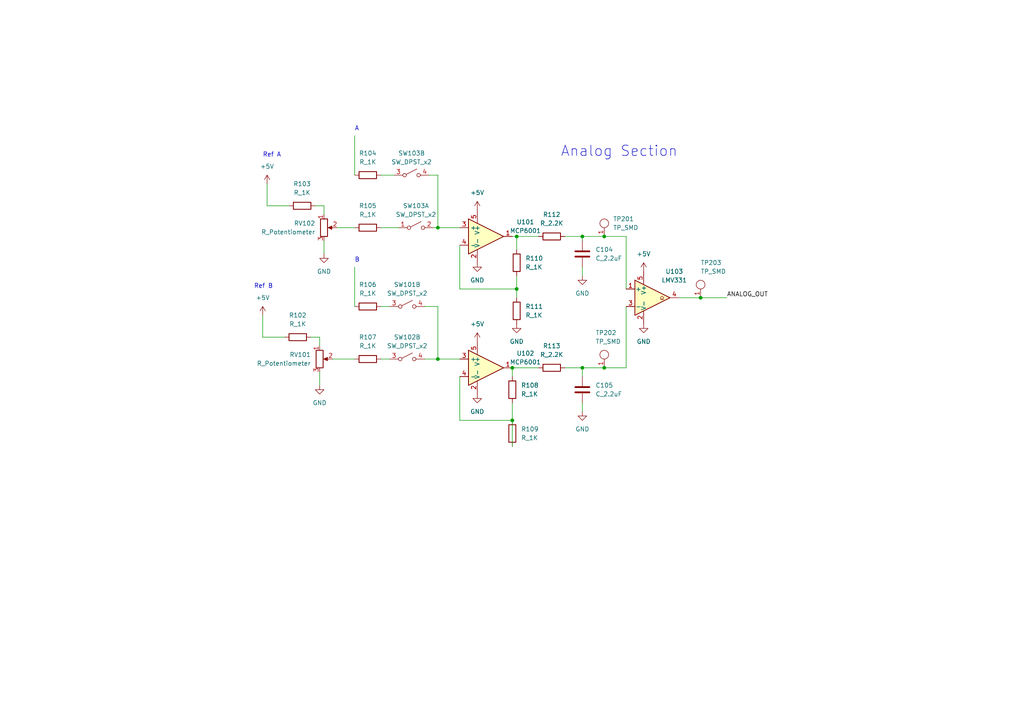
<source format=kicad_sch>
(kicad_sch (version 20230121) (generator eeschema)
  (paper "A4")
  (lib_symbols
    (symbol "Comparator:LMV331" (pin_names (offset 0.127))
      (property "Reference" "U" (at 1.27 5.08 0))
      (property "Value" "LMV331" (at 3.81 -5.08 0))
      (symbol "LMV331_0_1"
        (polyline (pts (xy -5.08 5.08) (xy 5.08 0) (xy -5.08 -5.08) (xy -5.08 5.08)) (stroke (width 0.254)) (fill (type background)))
        (polyline (pts (xy 3.302 -0.508) (xy 2.794 -0.508) (xy 3.302 0) (xy 2.794 0.508) (xy 2.286 0) (xy 2.794 -0.508) (xy 2.286 -0.508)) (stroke (width 0.127)))
      )
      (symbol "LMV331_1_1"
        (pin input line (at -7.62 2.54 0) (length 2.54) (name "+") (number "1"))
        (pin power_in line (at -2.54 -7.62 90) (length 3.81) (name "V-") (number "2"))
        (pin input line (at -7.62 -2.54 0) (length 2.54) (name "-") (number "3"))
        (pin open_collector line (at 7.62 0 180) (length 2.54) (name "~") (number "4"))
        (pin power_in line (at -2.54 7.62 270) (length 3.81) (name "V+") (number "5"))
      )
    )
    (symbol "Device:R_Potentiometer" (pin_names (offset 1.016) hide)
      (property "Reference" "RV" (at -4.445 0 90))
      (property "Value" "R_Potentiometer" (at -2.54 0 90))
      (symbol "R_Potentiometer_0_1"
        (polyline (pts (xy 2.54 0) (xy 1.524 0)))
        (polyline (pts (xy 1.143 0) (xy 2.286 0.508) (xy 2.286 -0.508) (xy 1.143 0)) (fill (type outline)))
        (rectangle (start 1.016 2.54) (end -1.016 -2.54) (stroke (width 0.254)))
      )
      (symbol "R_Potentiometer_1_1"
        (pin passive line (at 0 3.81 270) (length 1.27) (name "1") (number "1"))
        (pin passive line (at 3.81 0 180) (length 1.27) (name "2") (number "2"))
        (pin passive line (at 0 -3.81 90) (length 1.27) (name "3") (number "3"))
      )
    )
    (symbol "R_1K_2" (pin_numbers hide) (pin_names (offset 0))
      (property "Reference" "R" (at 2.032 0 90))
      (property "Value" "R_1K" (at -2.54 0 90))
      (symbol "R_1K_2_0_1"
        (rectangle (start -1.016 -2.54) (end 1.016 2.54) (stroke (width 0.254)))
      )
      (symbol "R_1K_2_1_1"
        (pin passive line (at 0 3.81 270) (length 1.27) (name "~") (number "1"))
        (pin passive line (at 0 -3.81 90) (length 1.27) (name "~") (number "2"))
      )
    )
    (symbol "R_1K_3" (pin_numbers hide) (pin_names (offset 0))
      (property "Reference" "R" (at 2.032 0 90))
      (property "Value" "R_1K" (at -2.54 0 90))
      (symbol "R_1K_3_0_1"
        (rectangle (start -1.016 -2.54) (end 1.016 2.54) (stroke (width 0.254)))
      )
      (symbol "R_1K_3_1_1"
        (pin passive line (at 0 3.81 270) (length 1.27) (name "~") (number "1"))
        (pin passive line (at 0 -3.81 90) (length 1.27) (name "~") (number "2"))
      )
    )
    (symbol "Switch:SW_DPST_x2" (pin_names (offset 0) hide)
      (property "Reference" "SW" (at 0 3.175 0))
      (property "Value" "SW_DPST_x2" (at 0 -2.54 0))
      (symbol "SW_DPST_x2_0_0"
        (circle (center -2.032 0) (radius 0.508))
        (polyline (pts (xy -1.524 0.254) (xy 1.524 1.778)))
        (circle (center 2.032 0) (radius 0.508))
      )
      (symbol "SW_DPST_x2_1_1"
        (pin passive line (at -5.08 0 0) (length 2.54) (name "A") (number "1"))
        (pin passive line (at 5.08 0 180) (length 2.54) (name "B") (number "2"))
      )
      (symbol "SW_DPST_x2_2_1"
        (pin passive line (at -5.08 0 0) (length 2.54) (name "A") (number "3"))
        (pin passive line (at 5.08 0 180) (length 2.54) (name "B") (number "4"))
      )
    )
    (symbol "formula:C_2.2uF" (pin_numbers hide) (pin_names (offset 0.254))
      (property "Reference" "C" (at 0.635 3.81 0))
      (property "Value" "C_2.2uF" (at 0.635 -1.27 0))
      (symbol "C_2.2uF_0_1"
        (polyline (pts (xy -2.032 0.508) (xy 2.032 0.508)) (stroke (width 0.508)))
        (polyline (pts (xy -2.032 2.032) (xy 2.032 2.032)) (stroke (width 0.508)))
      )
      (symbol "C_2.2uF_1_1"
        (pin passive line (at 0 5.08 270) (length 2.794) (name "~") (number "1"))
        (pin passive line (at 0 -2.54 90) (length 2.794) (name "~") (number "2"))
      )
    )
    (symbol "formula:MCP6001"
      (property "Reference" "U" (at 0 5.08 0))
      (property "Value" "MCP6001" (at 0 -5.08 0))
      (symbol "MCP6001_0_1"
        (polyline (pts (xy -5.08 5.08) (xy 5.08 0) (xy -5.08 -5.08) (xy -5.08 5.08)) (stroke (width 0.254)) (fill (type background)))
        (pin power_in line (at -2.54 -7.62 90) (length 3.81) (name "V-") (number "2"))
        (pin power_in line (at -2.54 7.62 270) (length 3.81) (name "V+") (number "5"))
      )
      (symbol "MCP6001_1_1"
        (pin output line (at 7.62 0 180) (length 2.54) (name "~") (number "1"))
        (pin input line (at -7.62 2.54 0) (length 2.54) (name "+") (number "3"))
        (pin input line (at -7.62 -2.54 0) (length 2.54) (name "-") (number "4"))
      )
    )
    (symbol "formula:R_1K" (pin_numbers hide) (pin_names (offset 0))
      (property "Reference" "R" (at 2.032 0 90))
      (property "Value" "R_1K" (at -2.54 0 90))
      (symbol "R_1K_0_1"
        (rectangle (start -1.016 -2.54) (end 1.016 2.54) (stroke (width 0.254)))
      )
      (symbol "R_1K_1_1"
        (pin passive line (at 0 3.81 270) (length 1.27) (name "~") (number "1"))
        (pin passive line (at 0 -3.81 90) (length 1.27) (name "~") (number "2"))
      )
    )
    (symbol "formula:R_2.2K" (pin_numbers hide) (pin_names (offset 0))
      (property "Reference" "R" (at 2.032 0 90))
      (property "Value" "R_2.2K" (at -2.54 0 90))
      (symbol "R_2.2K_0_1"
        (rectangle (start -1.016 -2.54) (end 1.016 2.54) (stroke (width 0.254)))
      )
      (symbol "R_2.2K_1_1"
        (pin passive line (at 0 3.81 270) (length 1.27) (name "~") (number "1"))
        (pin passive line (at 0 -3.81 90) (length 1.27) (name "~") (number "2"))
      )
    )
    (symbol "formula:TP_SMD" (pin_names (offset 1.016))
      (property "Reference" "TP" (at 0 7.62 0))
      (property "Value" "TP_SMD" (at 1.27 5.08 0))
      (symbol "TP_SMD_1_1"
        (circle (center 0 2.54) (radius 1.27))
        (pin input line (at 0 -1.27 90) (length 2.54) (name "~") (number "1"))
      )
    )
    (symbol "power:+5V" (power) (pin_names (offset 0))
      (property "Value" "+5V" (at 0 3.556 0))
      (symbol "+5V_0_1"
        (polyline (pts (xy -0.762 1.27) (xy 0 2.54)))
        (polyline (pts (xy 0 0) (xy 0 2.54)))
        (polyline (pts (xy 0 2.54) (xy 0.762 1.27)))
      )
      (symbol "+5V_1_1"
        (pin power_in line (at 0 0 90) (length 0) hide (name "+5V") (number "1"))
      )
    )
    (symbol "power:GND" (power) (pin_names (offset 0))
      (property "Value" "GND" (at 0 -3.81 0))
      (symbol "GND_0_1"
        (polyline (pts (xy 0 0) (xy 0 -1.27) (xy 1.27 -1.27) (xy 0 -2.54) (xy -1.27 -1.27) (xy 0 -1.27)))
      )
      (symbol "GND_1_1"
        (pin power_in line (at 0 0 270) (length 0) hide (name "GND") (number "1"))
      )
    )
  )
  (junction (at 127 104.14))
  (junction (at 175.26 68.58))
  (junction (at 175.26 106.68))
  (junction (at 149.86 68.58))
  (junction (at 203.2 86.36))
  (junction (at 148.59 121.92))
  (junction (at 149.86 83.82))
  (junction (at 168.91 68.58))
  (junction (at 148.59 106.68))
  (junction (at 127 66.04))
  (junction (at 168.91 106.68))
  (wire (pts (xy 149.86 72.39) (xy 149.86 68.58)))
  (wire (pts (xy 148.59 121.92) (xy 148.59 116.84)))
  (wire (pts (xy 127 88.9) (xy 127 104.14)))
  (wire (pts (xy 127 50.8) (xy 127 66.04)))
  (wire (pts (xy 181.61 88.9) (xy 181.61 106.68)))
  (wire (pts (xy 102.87 77.47) (xy 102.87 88.9)))
  (wire (pts (xy 110.49 66.04) (xy 115.57 66.04)))
  (wire (pts (xy 133.35 109.22) (xy 133.35 121.92)))
  (wire (pts (xy 133.35 121.92) (xy 148.59 121.92)))
  (wire (pts (xy 92.71 107.95) (xy 92.71 111.76)))
  (wire (pts (xy 148.59 121.92) (xy 148.59 129.54)))
  (wire (pts (xy 110.49 104.14) (xy 113.03 104.14)))
  (wire (pts (xy 168.91 77.47) (xy 168.91 80.01)))
  (wire (pts (xy 93.98 59.69) (xy 93.98 62.23)))
  (wire (pts (xy 175.26 106.68) (xy 181.61 106.68)))
  (wire (pts (xy 168.91 116.84) (xy 168.91 119.38)))
  (wire (pts (xy 127 66.04) (xy 133.35 66.04)))
  (wire (pts (xy 76.2 91.44) (xy 76.2 97.79)))
  (wire (pts (xy 148.59 109.22) (xy 148.59 106.68)))
  (wire (pts (xy 163.83 68.58) (xy 168.91 68.58)))
  (wire (pts (xy 149.86 68.58) (xy 156.21 68.58)))
  (wire (pts (xy 96.52 104.14) (xy 102.87 104.14)))
  (wire (pts (xy 125.73 66.04) (xy 127 66.04)))
  (wire (pts (xy 133.35 71.12) (xy 133.35 83.82)))
  (wire (pts (xy 168.91 106.68) (xy 175.26 106.68)))
  (wire (pts (xy 203.2 86.36) (xy 210.82 86.36)))
  (wire (pts (xy 168.91 106.68) (xy 168.91 109.22)))
  (wire (pts (xy 168.91 68.58) (xy 175.26 68.58)))
  (wire (pts (xy 133.35 83.82) (xy 149.86 83.82)))
  (wire (pts (xy 163.83 106.68) (xy 168.91 106.68)))
  (wire (pts (xy 149.86 68.58) (xy 148.59 68.58)))
  (wire (pts (xy 148.59 106.68) (xy 156.21 106.68)))
  (wire (pts (xy 124.46 50.8) (xy 127 50.8)))
  (wire (pts (xy 77.47 53.34) (xy 77.47 59.69)))
  (wire (pts (xy 127 104.14) (xy 133.35 104.14)))
  (wire (pts (xy 175.26 68.58) (xy 181.61 68.58)))
  (wire (pts (xy 93.98 69.85) (xy 93.98 73.66)))
  (wire (pts (xy 91.44 59.69) (xy 93.98 59.69)))
  (wire (pts (xy 110.49 50.8) (xy 114.3 50.8)))
  (wire (pts (xy 102.87 39.37) (xy 102.87 50.8)))
  (wire (pts (xy 77.47 59.69) (xy 83.82 59.69)))
  (wire (pts (xy 123.19 104.14) (xy 127 104.14)))
  (wire (pts (xy 168.91 68.58) (xy 168.91 69.85)))
  (wire (pts (xy 181.61 68.58) (xy 181.61 83.82)))
  (wire (pts (xy 90.17 97.79) (xy 92.71 97.79)))
  (wire (pts (xy 97.79 66.04) (xy 102.87 66.04)))
  (wire (pts (xy 123.19 88.9) (xy 127 88.9)))
  (wire (pts (xy 92.71 97.79) (xy 92.71 100.33)))
  (wire (pts (xy 196.85 86.36) (xy 203.2 86.36)))
  (wire (pts (xy 149.86 83.82) (xy 149.86 86.36)))
  (wire (pts (xy 149.86 80.01) (xy 149.86 83.82)))
  (wire (pts (xy 76.2 97.79) (xy 82.55 97.79)))
  (wire (pts (xy 110.49 88.9) (xy 113.03 88.9)))
  (text "B" (at 102.87 76.2 0) (effects (font (size 1.27 1.27)) (justify left bottom)))
  (text "Ref B" (at 73.66 83.82 0) (effects (font (size 1.27 1.27)) (justify left bottom)))
  (text "Ref A" (at 76.2 45.72 0) (effects (font (size 1.27 1.27)) (justify left bottom)))
  (text "Analog Section" (at 162.56 45.72 0) (effects (font (size 3 3)) (justify left bottom)))
  (text "A\n" (at 102.87 38.1 0) (effects (font (size 1.27 1.27)) (justify left bottom)))
  (label "ANALOG_OUT" (at 210.82 86.36 0))
  (symbol (lib_name "R_1K_3") (lib_id "formula:R_1K") (at 106.68 50.8 90) (unit 1)
    (property "Reference" "R104" (at 106.68 44.45 90))
    (property "Value" "R_1K" (at 106.68 46.99 90))
    (property "Footprint" "footprints:R_0805_OEM" (effects hide))
    (property "Datasheet" "https://www.seielect.com/Catalog/SEI-rncp.pdf" (effects hide))
    (property "MFN" "DK" (effects hide))
    (property "MPN" "RNCP0805FTD1K00CT-ND" (effects hide))
    (property "PurchasingLink" "https://www.digikey.com/products/en?keywords=RNCP0805FTD1K00CT-ND" (effects hide))
    (instances (project "ashley_challenge" (path "" (reference "R104") (unit 1)) (path "" (reference "R203") (unit 1))))
  )
  (symbol (lib_id "power:+5V") (at 76.2 91.44 0) (unit 1)
    (property "Reference" "#PWR0202" (effects hide))
    (property "Value" "+5V" (at 76.2 86.36 0))
  )
  (symbol (lib_name "R_1K_2") (lib_id "formula:R_1K") (at 149.86 76.2 180) (unit 1)
    (property "Reference" "R110" (at 152.4 74.93 0) (effects (justify right)))
    (property "Value" "R_1K" (at 152.4 77.47 0) (effects (justify right)))
    (property "Footprint" "footprints:R_0805_OEM" (effects hide))
    (property "Datasheet" "https://www.seielect.com/Catalog/SEI-rncp.pdf" (effects hide))
    (property "MFN" "DK" (effects hide))
    (property "MPN" "RNCP0805FTD1K00CT-ND" (effects hide))
    (property "PurchasingLink" "https://www.digikey.com/products/en?keywords=RNCP0805FTD1K00CT-ND" (effects hide))
    (instances (project "ashley_challenge" (path "" (reference "R110") (unit 1)) (path "" (reference "R209") (unit 1))))
  )
  (symbol (lib_id "power:GND") (at 138.43 114.3 0) (unit 1)
    (property "Reference" "#PWR0116" (effects hide))
    (property "Value" "GND" (at 138.43 119.38 0))
    (instances (project "ashley_challenge" (path "" (reference "#PWR0116") (unit 1)) (path "" (reference "#PWR0208") (unit 1))))
  )
  (symbol (lib_id "power:GND") (at 186.69 93.98 0) (unit 1)
    (property "Reference" "#PWR0122" (effects hide))
    (property "Value" "GND" (at 186.69 99.06 0))
    (instances (project "ashley_challenge" (path "" (reference "#PWR0122") (unit 1)) (path "" (reference "#PWR0213") (unit 1))))
  )
  (symbol (lib_id "power:+5V") (at 186.69 78.74 0) (unit 1)
    (property "Reference" "#PWR0121" (effects hide))
    (property "Value" "+5V" (at 186.69 73.66 0))
    (instances (project "ashley_challenge" (path "" (reference "#PWR0121") (unit 1)) (path "" (reference "#PWR0212") (unit 1))))
  )
  (symbol (lib_id "power:GND") (at 149.86 93.98 0) (unit 1)
    (property "Reference" "#PWR0118" (effects hide))
    (property "Value" "GND" (at 149.86 99.06 0))
    (instances (project "ashley_challenge" (path "" (reference "#PWR0118") (unit 1)) (path "" (reference "#PWR0209") (unit 1))))
  )
  (symbol (lib_id "power:GND") (at 138.43 76.2 0) (unit 1)
    (property "Reference" "#PWR0114" (effects hide))
    (property "Value" "GND" (at 138.43 81.28 0))
    (instances (project "ashley_challenge" (path "" (reference "#PWR0114") (unit 1)) (path "" (reference "#PWR0206") (unit 1))))
  )
  (symbol (lib_id "Device:R_Potentiometer") (at 92.71 104.14 0) (unit 1)
    (property "Reference" "RV101" (at 90.17 102.87 0) (effects (justify right)))
    (property "Value" "R_Potentiometer" (at 90.17 105.41 0) (effects (justify right)))
    (instances (project "ashley_challenge" (path "" (reference "RV101") (unit 1)) (path "" (reference "RV201") (unit 1))))
  )
  (symbol (lib_id "Switch:SW_DPST_x2") (at 118.11 104.14 0) (unit 2)
    (property "Reference" "SW102" (at 118.11 97.79 0))
    (property "Value" "SW_DPST_x2" (at 118.11 100.33 0))
    (instances (project "ashley_challenge" (path "" (reference "SW102") (unit 2)) (path "" (reference "SW202") (unit 2))))
  )
  (symbol (lib_id "formula:R_2.2K") (at 160.02 106.68 90) (unit 1)
    (property "Reference" "R113" (at 160.02 100.33 90))
    (property "Value" "R_2.2K" (at 160.02 102.87 90))
    (property "Footprint" "footprints:R_0805_OEM" (effects hide))
    (property "Datasheet" "https://www.seielect.com/Catalog/SEI-RMCF_RMCP.pdf" (effects hide))
    (property "MFN" "DK" (effects hide))
    (property "MPN" "RMCF0805FT2K20CT-ND" (effects hide))
    (property "PurchasingLink" "https://www.digikey.com/product-detail/en/stackpole-electronics-inc/RMCF0805FT2K20/RMCF0805FT2K20CT-ND/1942387" (effects hide))
    (instances (project "ashley_challenge" (path "" (reference "R113") (unit 1)) (path "" (reference "R212") (unit 1))))
  )
  (symbol (lib_id "Switch:SW_DPST_x2") (at 120.65 66.04 0) (unit 1)
    (property "Reference" "SW103" (at 120.65 59.69 0))
    (property "Value" "SW_DPST_x2" (at 120.65 62.23 0))
    (instances (project "ashley_challenge" (path "" (reference "SW103") (unit 1)) (path "" (reference "SW203") (unit 1))))
  )
  (symbol (lib_id "Comparator:LMV331") (at 189.23 86.36 0) (unit 1)
    (property "Reference" "U103" (at 195.58 78.74 0))
    (property "Value" "LMV331" (at 195.58 81.28 0))
    (property "Datasheet" "http://www.ti.com/lit/ds/symlink/lmv331.pdf" (effects hide))
    (instances (project "ashley_challenge" (path "" (reference "U103") (unit 1)) (path "" (reference "U203") (unit 1))))
  )
  (symbol (lib_id "power:GND") (at 168.91 80.01 0) (unit 1)
    (property "Reference" "#PWR0119" (effects hide))
    (property "Value" "GND" (at 168.91 85.09 0))
    (instances (project "ashley_challenge" (path "" (reference "#PWR0119") (unit 1)) (path "" (reference "#PWR0210") (unit 1))))
  )
  (symbol (lib_id "Device:R_Potentiometer") (at 93.98 66.04 0) (unit 1)
    (property "Reference" "RV102" (at 91.44 64.77 0) (effects (justify right)))
    (property "Value" "R_Potentiometer" (at 91.44 67.31 0) (effects (justify right)))
    (instances (project "ashley_challenge" (path "" (reference "RV102") (unit 1)) (path "" (reference "RV202") (unit 1))))
  )
  (symbol (lib_id "power:+5V") (at 138.43 60.96 0) (unit 1)
    (property "Reference" "#PWR0113" (effects hide))
    (property "Value" "+5V" (at 138.43 55.88 0))
    (instances (project "ashley_challenge" (path "" (reference "#PWR0113") (unit 1)) (path "" (reference "#PWR0205") (unit 1))))
  )
  (symbol (lib_id "formula:R_2.2K") (at 160.02 68.58 90) (unit 1)
    (property "Reference" "R112" (at 160.02 62.23 90))
    (property "Value" "R_2.2K" (at 160.02 64.77 90))
    (property "Footprint" "footprints:R_0805_OEM" (effects hide))
    (property "Datasheet" "https://www.seielect.com/Catalog/SEI-RMCF_RMCP.pdf" (effects hide))
    (property "MFN" "DK" (effects hide))
    (property "MPN" "RMCF0805FT2K20CT-ND" (effects hide))
    (property "PurchasingLink" "https://www.digikey.com/product-detail/en/stackpole-electronics-inc/RMCF0805FT2K20/RMCF0805FT2K20CT-ND/1942387" (effects hide))
    (instances (project "ashley_challenge" (path "" (reference "R112") (unit 1)) (path "" (reference "R211") (unit 1))))
  )
  (symbol (lib_id "power:GND") (at 93.98 73.66 0) (unit 1)
    (property "Reference" "#PWR0112" (effects hide))
    (property "Value" "GND" (at 93.98 78.74 0))
    (instances (project "ashley_challenge" (path "" (reference "#PWR0112") (unit 1)) (path "" (reference "#PWR0204") (unit 1))))
  )
  (symbol (lib_name "R_1K_2") (lib_id "formula:R_1K") (at 148.59 113.03 180) (unit 1)
    (property "Reference" "R108" (at 151.13 111.76 0) (effects (justify right)))
    (property "Value" "R_1K" (at 151.13 114.3 0) (effects (justify right)))
    (property "Footprint" "footprints:R_0805_OEM" (effects hide))
    (property "Datasheet" "https://www.seielect.com/Catalog/SEI-rncp.pdf" (effects hide))
    (property "MFN" "DK" (effects hide))
    (property "MPN" "RNCP0805FTD1K00CT-ND" (effects hide))
    (property "PurchasingLink" "https://www.digikey.com/products/en?keywords=RNCP0805FTD1K00CT-ND" (effects hide))
    (instances (project "ashley_challenge" (path "" (reference "R108") (unit 1)) (path "" (reference "R207") (unit 1))))
  )
  (symbol (lib_id "power:+5V") (at 138.43 99.06 0) (unit 1)
    (property "Reference" "#PWR0115" (effects hide))
    (property "Value" "+5V" (at 138.43 93.98 0))
    (instances (project "ashley_challenge" (path "" (reference "#PWR0115") (unit 1)) (path "" (reference "#PWR0207") (unit 1))))
  )
  (symbol (lib_id "Switch:SW_DPST_x2") (at 119.38 50.8 0) (unit 2)
    (property "Reference" "SW103" (at 119.38 44.45 0))
    (property "Value" "SW_DPST_x2" (at 119.38 46.99 0))
    (instances (project "ashley_challenge" (path "" (reference "SW103") (unit 2)) (path "" (reference "SW203") (unit 2))))
  )
  (symbol (lib_id "power:+5V") (at 77.47 53.34 0) (unit 1)
    (property "Reference" "#PWR0214" (effects hide))
    (property "Value" "+5V" (at 77.47 48.26 0))
  )
  (symbol (lib_id "formula:TP_SMD") (at 203.2 85.09 0) (unit 1)
    (property "Reference" "TP203" (at 203.2 76.2 0) (effects (justify left)))
    (property "Value" "TP_SMD" (at 203.2 78.74 0) (effects (justify left)))
    (property "Footprint" "footprints:Test_Point_SMD" (effects hide))
    (property "MPN" "5019" (effects hide))
    (property "MFN" "Keystone" (effects hide))
    (property "DKPN" "36-5019TR-ND" (effects hide))
    (property "NewDesigns" "YES" (effects hide))
    (property "Stocked" "Reel" (effects hide))
    (property "Package" "Custom" (effects hide))
    (property "Style" "SMD" (effects hide))
  )
  (symbol (lib_id "formula:MCP6001") (at 140.97 106.68 0) (unit 1)
    (property "Reference" "U102" (at 152.4 102.4891 0))
    (property "Value" "MCP6001" (at 152.4 105.0291 0))
    (property "Footprint" "footprints:SOT-23-5_OEM" (effects hide))
    (property "Datasheet" "http://ww1.microchip.com/downloads/en/DeviceDoc/21733j.pdf" (effects hide))
    (property "MFN" "DK" (effects hide))
    (property "MPN" "MCP6001T-I/OTCT-ND" (effects hide))
    (property "PurchasingLink" "https://www.digikey.com/product-detail/en/microchip-technology/MCP6001T-I-OT/MCP6001T-I-OTCT-ND/697158" (effects hide))
    (instances (project "ashley_challenge" (path "" (reference "U102") (unit 1)) (path "" (reference "U202") (unit 1))))
  )
  (symbol (lib_id "power:GND") (at 168.91 119.38 0) (unit 1)
    (property "Reference" "#PWR0120" (effects hide))
    (property "Value" "GND" (at 168.91 124.46 0))
    (instances (project "ashley_challenge" (path "" (reference "#PWR0120") (unit 1)) (path "" (reference "#PWR0211") (unit 1))))
  )
  (symbol (lib_name "R_1K_2") (lib_id "formula:R_1K") (at 149.86 90.17 180) (unit 1)
    (property "Reference" "R111" (at 152.4 88.9 0) (effects (justify right)))
    (property "Value" "R_1K" (at 152.4 91.44 0) (effects (justify right)))
    (property "Footprint" "footprints:R_0805_OEM" (effects hide))
    (property "Datasheet" "https://www.seielect.com/Catalog/SEI-rncp.pdf" (effects hide))
    (property "MFN" "DK" (effects hide))
    (property "MPN" "RNCP0805FTD1K00CT-ND" (effects hide))
    (property "PurchasingLink" "https://www.digikey.com/products/en?keywords=RNCP0805FTD1K00CT-ND" (effects hide))
    (instances (project "ashley_challenge" (path "" (reference "R111") (unit 1)) (path "" (reference "R210") (unit 1))))
  )
  (symbol (lib_id "formula:TP_SMD") (at 175.26 67.31 0) (unit 1)
    (property "Reference" "TP201" (at 177.8 63.5 0) (effects (justify left)))
    (property "Value" "TP_SMD" (at 177.8 66.04 0) (effects (justify left)))
    (property "Footprint" "footprints:Test_Point_SMD" (effects hide))
    (property "MPN" "5019" (effects hide))
    (property "MFN" "Keystone" (effects hide))
    (property "DKPN" "36-5019TR-ND" (effects hide))
    (property "NewDesigns" "YES" (effects hide))
    (property "Stocked" "Reel" (effects hide))
    (property "Package" "Custom" (effects hide))
    (property "Style" "SMD" (effects hide))
  )
  (symbol (lib_id "formula:R_1K") (at 87.63 59.69 90) (unit 1)
    (property "Reference" "R103" (at 87.63 53.34 90))
    (property "Value" "R_1K" (at 87.63 55.88 90))
    (instances (project "ashley_challenge" (path "" (reference "R103") (unit 1)) (path "" (reference "R202") (unit 1))))
  )
  (symbol (lib_id "formula:TP_SMD") (at 175.26 105.41 0) (unit 1)
    (property "Reference" "TP202" (at 172.72 96.52 0) (effects (justify left)))
    (property "Value" "TP_SMD" (at 172.72 99.06 0) (effects (justify left)))
    (property "Footprint" "footprints:Test_Point_SMD" (effects hide))
    (property "MPN" "5019" (effects hide))
    (property "MFN" "Keystone" (effects hide))
    (property "DKPN" "36-5019TR-ND" (effects hide))
    (property "NewDesigns" "YES" (effects hide))
    (property "Stocked" "Reel" (effects hide))
    (property "Package" "Custom" (effects hide))
    (property "Style" "SMD" (effects hide))
  )
  (symbol (lib_name "R_1K_2") (lib_id "formula:R_1K") (at 106.68 104.14 90) (unit 1)
    (property "Reference" "R107" (at 106.68 97.79 90))
    (property "Value" "R_1K" (at 106.68 100.33 90))
    (property "Footprint" "footprints:R_0805_OEM" (effects hide))
    (property "Datasheet" "https://www.seielect.com/Catalog/SEI-rncp.pdf" (effects hide))
    (property "MFN" "DK" (effects hide))
    (property "MPN" "RNCP0805FTD1K00CT-ND" (effects hide))
    (property "PurchasingLink" "https://www.digikey.com/products/en?keywords=RNCP0805FTD1K00CT-ND" (effects hide))
    (instances (project "ashley_challenge" (path "" (reference "R107") (unit 1)) (path "" (reference "R206") (unit 1))))
  )
  (symbol (lib_name "R_1K_2") (lib_id "formula:R_1K") (at 148.59 125.73 180) (unit 1)
    (property "Reference" "R109" (at 151.13 124.46 0) (effects (justify right)))
    (property "Value" "R_1K" (at 151.13 127 0) (effects (justify right)))
    (property "Footprint" "footprints:R_0805_OEM" (effects hide))
    (property "Datasheet" "https://www.seielect.com/Catalog/SEI-rncp.pdf" (effects hide))
    (property "MFN" "DK" (effects hide))
    (property "MPN" "RNCP0805FTD1K00CT-ND" (effects hide))
    (property "PurchasingLink" "https://www.digikey.com/products/en?keywords=RNCP0805FTD1K00CT-ND" (effects hide))
    (instances (project "ashley_challenge" (path "" (reference "R109") (unit 1)) (path "" (reference "R208") (unit 1))))
  )
  (symbol (lib_id "formula:R_1K") (at 86.36 97.79 90) (unit 1)
    (property "Reference" "R102" (at 86.36 91.44 90))
    (property "Value" "R_1K" (at 86.36 93.98 90))
    (instances (project "ashley_challenge" (path "" (reference "R102") (unit 1)) (path "" (reference "R201") (unit 1))))
  )
  (symbol (lib_id "formula:MCP6001") (at 140.97 68.58 0) (unit 1)
    (property "Reference" "U101" (at 152.4 64.3891 0))
    (property "Value" "MCP6001" (at 152.4 66.9291 0))
    (property "Footprint" "footprints:SOT-23-5_OEM" (effects hide))
    (property "Datasheet" "http://ww1.microchip.com/downloads/en/DeviceDoc/21733j.pdf" (effects hide))
    (property "MFN" "DK" (effects hide))
    (property "MPN" "MCP6001T-I/OTCT-ND" (effects hide))
    (property "PurchasingLink" "https://www.digikey.com/product-detail/en/microchip-technology/MCP6001T-I-OT/MCP6001T-I-OTCT-ND/697158" (effects hide))
    (instances (project "ashley_challenge" (path "" (reference "U101") (unit 1)) (path "" (reference "U201") (unit 1))))
  )
  (symbol (lib_id "Switch:SW_DPST_x2") (at 118.11 88.9 0) (unit 2)
    (property "Reference" "SW101" (at 118.11 82.55 0))
    (property "Value" "SW_DPST_x2" (at 118.11 85.09 0))
    (instances (project "ashley_challenge" (path "" (reference "SW101") (unit 2)) (path "" (reference "SW201") (unit 2))))
  )
  (symbol (lib_id "power:GND") (at 92.71 111.76 0) (unit 1)
    (property "Reference" "#PWR0111" (effects hide))
    (property "Value" "GND" (at 92.71 116.84 0))
    (instances (project "ashley_challenge" (path "" (reference "#PWR0111") (unit 1)) (path "" (reference "#PWR0203") (unit 1))))
  )
  (symbol (lib_id "formula:C_2.2uF") (at 168.91 114.3 0) (unit 1)
    (property "Reference" "C105" (at 172.72 111.76 0) (effects (justify left)))
    (property "Value" "C_2.2uF" (at 172.72 114.3 0) (effects (justify left)))
    (property "Footprint" "footprints:C_0805_OEM" (effects hide))
    (property "Datasheet" "https://media.digikey.com/pdf/Data%20Sheets/Samsung%20PDFs/CL21A225KBFNNNE_Spec.pdf" (effects hide))
    (property "PurchasingLink" "https://www.digikey.com/en/products/detail/samsung-electro-mechanics/CL21A225KBFNNNE/5961186" (effects hide))
    (property "MFN" "1276-6702-1-ND" (effects hide))
    (property "MPN" "DK" (effects hide))
    (instances (project "ashley_challenge" (path "" (reference "C105") (unit 1)) (path "" (reference "C202") (unit 1))))
  )
  (symbol (lib_id "formula:C_2.2uF") (at 168.91 74.93 0) (unit 1)
    (property "Reference" "C104" (at 172.72 72.39 0) (effects (justify left)))
    (property "Value" "C_2.2uF" (at 172.72 74.93 0) (effects (justify left)))
    (property "Footprint" "footprints:C_0805_OEM" (effects hide))
    (property "Datasheet" "https://media.digikey.com/pdf/Data%20Sheets/Samsung%20PDFs/CL21A225KBFNNNE_Spec.pdf" (effects hide))
    (property "PurchasingLink" "https://www.digikey.com/en/products/detail/samsung-electro-mechanics/CL21A225KBFNNNE/5961186" (effects hide))
    (property "MFN" "1276-6702-1-ND" (effects hide))
    (property "MPN" "DK" (effects hide))
    (instances (project "ashley_challenge" (path "" (reference "C104") (unit 1)) (path "" (reference "C201") (unit 1))))
  )
  (symbol (lib_name "R_1K_2") (lib_id "formula:R_1K") (at 106.68 66.04 90) (unit 1)
    (property "Reference" "R105" (at 106.68 59.69 90))
    (property "Value" "R_1K" (at 106.68 62.23 90))
    (property "Footprint" "footprints:R_0805_OEM" (effects hide))
    (property "Datasheet" "https://www.seielect.com/Catalog/SEI-rncp.pdf" (effects hide))
    (property "MFN" "DK" (effects hide))
    (property "MPN" "RNCP0805FTD1K00CT-ND" (effects hide))
    (property "PurchasingLink" "https://www.digikey.com/products/en?keywords=RNCP0805FTD1K00CT-ND" (effects hide))
    (instances (project "ashley_challenge" (path "" (reference "R105") (unit 1)) (path "" (reference "R204") (unit 1))))
  )
  (symbol (lib_name "R_1K_3") (lib_id "formula:R_1K") (at 106.68 88.9 90) (unit 1)
    (property "Reference" "R106" (at 106.68 82.55 90))
    (property "Value" "R_1K" (at 106.68 85.09 90))
    (property "Footprint" "footprints:R_0805_OEM" (effects hide))
    (property "Datasheet" "https://www.seielect.com/Catalog/SEI-rncp.pdf" (effects hide))
    (property "MFN" "DK" (effects hide))
    (property "MPN" "RNCP0805FTD1K00CT-ND" (effects hide))
    (property "PurchasingLink" "https://www.digikey.com/products/en?keywords=RNCP0805FTD1K00CT-ND" (effects hide))
    (instances (project "ashley_challenge" (path "" (reference "R106") (unit 1)) (path "" (reference "R205") (unit 1))))
  )
)
</source>
